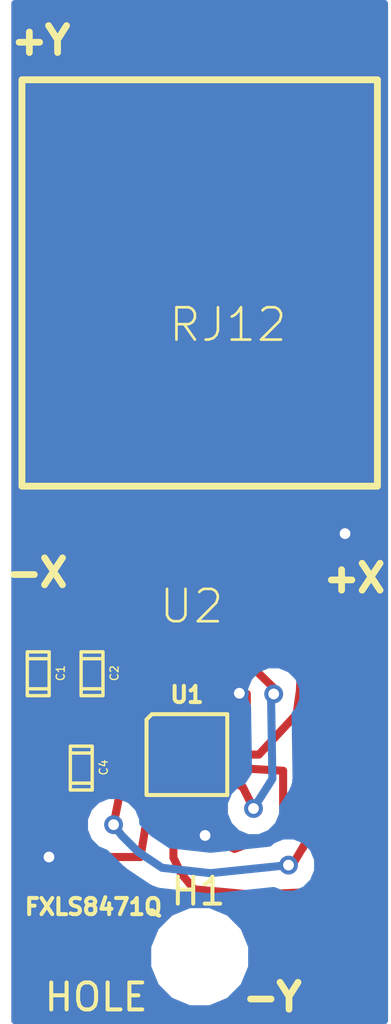
<source format=kicad_pcb>
(kicad_pcb (version 3) (host pcbnew "(2013-08-24 BZR 4298)-stable")

  (general
    (links 18)
    (no_connects 0)
    (area 55.023804 33.949999 72.050001 74.050001)
    (thickness 1.6)
    (drawings 4)
    (tracks 122)
    (zones 0)
    (modules 6)
    (nets 8)
  )

  (page A)
  (layers
    (15 F.Cu signal)
    (0 B.Cu signal)
    (16 B.Adhes user)
    (17 F.Adhes user)
    (18 B.Paste user)
    (19 F.Paste user)
    (20 B.SilkS user)
    (21 F.SilkS user)
    (22 B.Mask user)
    (23 F.Mask user)
    (24 Dwgs.User user)
    (25 Cmts.User user)
    (26 Eco1.User user)
    (27 Eco2.User user)
    (28 Edge.Cuts user)
  )

  (setup
    (last_trace_width 0.5)
    (user_trace_width 0.1)
    (user_trace_width 0.15)
    (user_trace_width 0.2)
    (user_trace_width 0.25)
    (user_trace_width 0.3)
    (user_trace_width 0.35)
    (user_trace_width 0.4)
    (user_trace_width 0.5)
    (user_trace_width 0.6)
    (user_trace_width 0.7)
    (user_trace_width 0.8)
    (user_trace_width 1)
    (trace_clearance 0.05)
    (zone_clearance 0.6)
    (zone_45_only no)
    (trace_min 0.1)
    (segment_width 0.2)
    (edge_width 0.1)
    (via_size 0.7)
    (via_drill 0.4)
    (via_min_size 0.7)
    (via_min_drill 0.4)
    (uvia_size 0.4)
    (uvia_drill 0.127)
    (uvias_allowed no)
    (uvia_min_size 0.4)
    (uvia_min_drill 0.127)
    (pcb_text_width 0.3)
    (pcb_text_size 1.5 1.5)
    (mod_edge_width 0.15)
    (mod_text_size 1 1)
    (mod_text_width 0.15)
    (pad_size 0.8 0.3)
    (pad_drill 0)
    (pad_to_mask_clearance 0)
    (aux_axis_origin 0 0)
    (visible_elements 7FFFFFFF)
    (pcbplotparams
      (layerselection 16547841)
      (usegerberextensions true)
      (excludeedgelayer true)
      (linewidth 0.150000)
      (plotframeref false)
      (viasonmask false)
      (mode 1)
      (useauxorigin false)
      (hpglpennumber 1)
      (hpglpenspeed 20)
      (hpglpendiameter 15)
      (hpglpenoverlay 2)
      (psnegative false)
      (psa4output false)
      (plotreference true)
      (plotvalue true)
      (plotothertext true)
      (plotinvisibletext false)
      (padsonsilk false)
      (subtractmaskfromsilk false)
      (outputformat 1)
      (mirror false)
      (drillshape 0)
      (scaleselection 1)
      (outputdirectory ""))
  )

  (net 0 "")
  (net 1 GND)
  (net 2 INT1)
  (net 3 INT2)
  (net 4 N-0000011)
  (net 5 SCL)
  (net 6 SDA)
  (net 7 Vdd)

  (net_class Default "This is the default net class."
    (clearance 0.05)
    (trace_width 0.5)
    (via_dia 0.7)
    (via_drill 0.4)
    (uvia_dia 0.4)
    (uvia_drill 0.127)
    (add_net "")
    (add_net GND)
    (add_net INT1)
    (add_net INT2)
    (add_net N-0000011)
    (add_net SCL)
    (add_net SDA)
    (add_net Vdd)
  )

  (module TED_SM0603 (layer F.Cu) (tedit 53E16D63) (tstamp 52A599A1)
    (at 58 60 270)
    (descr "SMT capacitor, 0603")
    (path /52959381)
    (fp_text reference C1 (at -0.02 -0.83 270) (layer F.SilkS)
      (effects (font (size 0.3 0.3) (thickness 0.05)))
    )
    (fp_text value 1uF (at 0 0.88 270) (layer F.SilkS) hide
      (effects (font (size 0.3 0.3) (thickness 0.05)))
    )
    (fp_line (start 0.5588 0.4064) (end 0.5588 -0.4064) (layer F.SilkS) (width 0.127))
    (fp_line (start -0.5588 -0.381) (end -0.5588 0.4064) (layer F.SilkS) (width 0.127))
    (fp_line (start -0.8128 -0.4064) (end 0.8128 -0.4064) (layer F.SilkS) (width 0.127))
    (fp_line (start 0.8128 -0.4064) (end 0.8128 0.4064) (layer F.SilkS) (width 0.127))
    (fp_line (start 0.8128 0.4064) (end -0.8128 0.4064) (layer F.SilkS) (width 0.127))
    (fp_line (start -0.8128 0.4064) (end -0.8128 -0.4064) (layer F.SilkS) (width 0.127))
    (pad 2 smd rect (at 0.75184 0 270) (size 0.89916 1.00076)
      (layers F.Cu F.Paste F.Mask)
      (net 1 GND)
      (clearance 0.1)
    )
    (pad 1 smd rect (at -0.75184 0 270) (size 0.89916 1.00076)
      (layers F.Cu F.Paste F.Mask)
      (net 7 Vdd)
      (clearance 0.1)
    )
    (model smd/capacitors/c_0603.wrl
      (at (xyz 0 0 0))
      (scale (xyz 1 1 1))
      (rotate (xyz 0 0 0))
    )
  )

  (module TED_SM0603 (layer F.Cu) (tedit 53E16D63) (tstamp 52A599AD)
    (at 60 60 270)
    (descr "SMT capacitor, 0603")
    (path /5295936A)
    (fp_text reference C2 (at -0.02 -0.83 270) (layer F.SilkS)
      (effects (font (size 0.3 0.3) (thickness 0.05)))
    )
    (fp_text value .1uF (at 0 0.88 270) (layer F.SilkS) hide
      (effects (font (size 0.3 0.3) (thickness 0.05)))
    )
    (fp_line (start 0.5588 0.4064) (end 0.5588 -0.4064) (layer F.SilkS) (width 0.127))
    (fp_line (start -0.5588 -0.381) (end -0.5588 0.4064) (layer F.SilkS) (width 0.127))
    (fp_line (start -0.8128 -0.4064) (end 0.8128 -0.4064) (layer F.SilkS) (width 0.127))
    (fp_line (start 0.8128 -0.4064) (end 0.8128 0.4064) (layer F.SilkS) (width 0.127))
    (fp_line (start 0.8128 0.4064) (end -0.8128 0.4064) (layer F.SilkS) (width 0.127))
    (fp_line (start -0.8128 0.4064) (end -0.8128 -0.4064) (layer F.SilkS) (width 0.127))
    (pad 2 smd rect (at 0.75184 0 270) (size 0.89916 1.00076)
      (layers F.Cu F.Paste F.Mask)
      (net 1 GND)
      (clearance 0.1)
    )
    (pad 1 smd rect (at -0.75184 0 270) (size 0.89916 1.00076)
      (layers F.Cu F.Paste F.Mask)
      (net 7 Vdd)
      (clearance 0.1)
    )
    (model smd/capacitors/c_0603.wrl
      (at (xyz 0 0 0))
      (scale (xyz 1 1 1))
      (rotate (xyz 0 0 0))
    )
  )

  (module TED_SM0603 (layer F.Cu) (tedit 53E16D63) (tstamp 539B7F83)
    (at 59.6 63.5 270)
    (descr "SMT capacitor, 0603")
    (path /52A5541B)
    (fp_text reference C4 (at -0.02 -0.83 270) (layer F.SilkS)
      (effects (font (size 0.3 0.3) (thickness 0.05)))
    )
    (fp_text value .1uF (at 0 0.88 270) (layer F.SilkS) hide
      (effects (font (size 0.3 0.3) (thickness 0.05)))
    )
    (fp_line (start 0.5588 0.4064) (end 0.5588 -0.4064) (layer F.SilkS) (width 0.127))
    (fp_line (start -0.5588 -0.381) (end -0.5588 0.4064) (layer F.SilkS) (width 0.127))
    (fp_line (start -0.8128 -0.4064) (end 0.8128 -0.4064) (layer F.SilkS) (width 0.127))
    (fp_line (start 0.8128 -0.4064) (end 0.8128 0.4064) (layer F.SilkS) (width 0.127))
    (fp_line (start 0.8128 0.4064) (end -0.8128 0.4064) (layer F.SilkS) (width 0.127))
    (fp_line (start -0.8128 0.4064) (end -0.8128 -0.4064) (layer F.SilkS) (width 0.127))
    (pad 2 smd rect (at 0.75184 0 270) (size 0.89916 1.00076)
      (layers F.Cu F.Paste F.Mask)
      (net 1 GND)
      (clearance 0.1)
    )
    (pad 1 smd rect (at -0.75184 0 270) (size 0.89916 1.00076)
      (layers F.Cu F.Paste F.Mask)
      (net 4 N-0000011)
      (clearance 0.1)
    )
    (model smd/capacitors/c_0603.wrl
      (at (xyz 0 0 0))
      (scale (xyz 1 1 1))
      (rotate (xyz 0 0 0))
    )
  )

  (module TED_RJ12_855135002 (layer F.Cu) (tedit 53E5ABD2) (tstamp 539CCB86)
    (at 64 45.5)
    (path /539B7C14)
    (fp_text reference U2 (at -0.3 12) (layer F.SilkS)
      (effects (font (size 1.2 1.2) (thickness 0.09906)))
    )
    (fp_text value RJ12 (at 1.05 1.55) (layer F.SilkS)
      (effects (font (size 1.2 1.2) (thickness 0.09906)))
    )
    (fp_line (start -6.605 -7.54) (end 6.605 -7.54) (layer F.SilkS) (width 0.254))
    (fp_line (start 6.605 -7.54) (end 6.605 7.54) (layer F.SilkS) (width 0.254))
    (fp_line (start 6.605 7.54) (end -6.605 7.54) (layer F.SilkS) (width 0.254))
    (fp_line (start -6.605 7.54) (end -6.605 -7.54) (layer F.SilkS) (width 0.254))
    (pad 6 smd rect (at -3.175 7.9) (size 0.76 5)
      (layers F.Cu F.Paste F.Mask)
      (net 7 Vdd)
      (clearance 0.2)
    )
    (pad 4 smd rect (at -0.635 7.9) (size 0.76 5)
      (layers F.Cu F.Paste F.Mask)
      (net 2 INT1)
      (clearance 0.2)
    )
    (pad 2 smd rect (at 1.905 7.9) (size 0.76 5)
      (layers F.Cu F.Paste F.Mask)
      (net 6 SDA)
      (clearance 0.2)
    )
    (pad 3 smd rect (at 0.635 7.9) (size 0.76 5)
      (layers F.Cu F.Paste F.Mask)
      (net 5 SCL)
      (clearance 0.2)
    )
    (pad 1 smd rect (at 3.175 7.9) (size 0.76 5)
      (layers F.Cu F.Paste F.Mask)
      (net 1 GND)
      (clearance 0.2)
    )
    (pad 5 smd rect (at -1.905 7.9) (size 0.76 5)
      (layers F.Cu F.Paste F.Mask)
      (net 3 INT2)
      (clearance 0.2)
    )
    (pad PAD smd rect (at 0 -8.15) (size 8.8 4.5)
      (layers F.Cu F.Paste F.Mask)
    )
  )

  (module TED_Hole_2_4mm (layer F.Cu) (tedit 53E5AC03) (tstamp 539B82C8)
    (at 64 70.5)
    (path /5365C78C)
    (fp_text reference H1 (at -0.05 -2.425) (layer F.SilkS)
      (effects (font (size 1 1) (thickness 0.15)))
    )
    (fp_text value HOLE (at -3.85 1.5) (layer F.SilkS)
      (effects (font (size 1 1) (thickness 0.15)))
    )
    (pad "" np_thru_hole circle (at 0 0) (size 2.4 2.4) (drill 2.4)
      (layers *.Cu *.Mask F.SilkS)
    )
  )

  (module TED_QFN16_3x5 (layer F.Cu) (tedit 53E5ABD9) (tstamp 52A599E5)
    (at 63.525 63)
    (path /539B7524)
    (solder_paste_ratio -0.2)
    (clearance 0.1)
    (fp_text reference U1 (at 0 -2.22) (layer F.SilkS)
      (effects (font (size 0.6 0.6) (thickness 0.15)))
    )
    (fp_text value FXLS8471Q (at -3.475 5.65) (layer F.SilkS)
      (effects (font (size 0.6 0.6) (thickness 0.15)))
    )
    (fp_line (start -1.3 -1.5) (end 1.5 -1.5) (layer F.SilkS) (width 0.14986))
    (fp_line (start -1.5 -1.3) (end -1.5 1.5) (layer F.SilkS) (width 0.14986))
    (fp_line (start -1.3 -1.5) (end -1.5 -1.3) (layer F.SilkS) (width 0.14986))
    (fp_line (start 1.5 1.5) (end -1.5 1.5) (layer F.SilkS) (width 0.14986))
    (fp_line (start 1.5 -1.5) (end 1.5 1.5) (layer F.SilkS) (width 0.14986))
    (pad 2 smd rect (at -1.275 -0.5) (size 0.8 0.3)
      (layers F.Cu F.Paste F.Mask)
      (net 4 N-0000011)
    )
    (pad 1 smd rect (at -1.275 -1) (size 0.8 0.3)
      (layers F.Cu F.Paste F.Mask)
      (net 7 Vdd)
    )
    (pad 13 smd rect (at 1.275 -1) (size 0.8 0.3)
      (layers F.Cu F.Paste F.Mask)
      (net 1 GND)
    )
    (pad 3 smd rect (at -1.275 -0.005) (size 0.8 0.3)
      (layers F.Cu F.Paste F.Mask)
      (net 1 GND)
    )
    (pad 4 smd rect (at -1.275 0.5) (size 0.8 0.3)
      (layers F.Cu F.Paste F.Mask)
      (net 5 SCL)
    )
    (pad 5 smd rect (at -1.275 1) (size 0.8 0.3)
      (layers F.Cu F.Paste F.Mask)
      (net 1 GND)
    )
    (pad 6 smd rect (at -0.5 1.275) (size 0.3 0.8)
      (layers F.Cu F.Paste F.Mask)
      (net 6 SDA)
    )
    (pad 7 smd rect (at -0.035 1.275) (size 0.3 0.8)
      (layers F.Cu F.Paste F.Mask)
      (net 1 GND)
    )
    (pad 8 smd rect (at 0.5 1.275) (size 0.3 0.8)
      (layers F.Cu F.Paste F.Mask)
    )
    (pad 9 smd rect (at 1.275 1) (size 0.8 0.3)
      (layers F.Cu F.Paste F.Mask)
      (net 3 INT2)
    )
    (pad 10 smd rect (at 1.275 0.5) (size 0.8 0.3)
      (layers F.Cu F.Paste F.Mask)
      (net 1 GND)
    )
    (pad 11 smd rect (at 1.275 -0.005) (size 0.8 0.3)
      (layers F.Cu F.Paste F.Mask)
      (net 2 INT1)
    )
    (pad 12 smd rect (at 1.275 -0.5) (size 0.8 0.3)
      (layers F.Cu F.Paste F.Mask)
      (net 1 GND)
    )
    (pad 14 smd rect (at 0.5 -1.275) (size 0.3 0.8)
      (layers F.Cu F.Paste F.Mask)
      (net 7 Vdd)
    )
    (pad 15 smd rect (at -0.015 -1.275) (size 0.3 0.8)
      (layers F.Cu F.Paste F.Mask)
    )
    (pad 16 smd rect (at -0.5 -1.275) (size 0.3 0.8)
      (layers F.Cu F.Paste F.Mask)
    )
    (model smd/qfn24.wrl
      (at (xyz 0 0 0))
      (scale (xyz 1 1 1))
      (rotate (xyz 0 0 0))
    )
  )

  (gr_text -X (at 57.95 56.25) (layer F.SilkS)
    (effects (font (size 1 1) (thickness 0.25)))
  )
  (gr_text -Y (at 66.7 72) (layer F.SilkS)
    (effects (font (size 1 1) (thickness 0.25)))
  )
  (gr_text +X (at 69.75 56.45) (layer F.SilkS)
    (effects (font (size 1 1) (thickness 0.25)))
  )
  (gr_text +Y (at 58.1 36.5) (layer F.SilkS)
    (effects (font (size 1 1) (thickness 0.25)))
  )

  (via (at 69.4 54.8) (size 0.7) (layers F.Cu B.Cu) (net 1))
  (segment (start 67.175 53.4) (end 67.175 55.275) (width 0.3) (layer F.Cu) (net 1) (tstamp 539CC195) (status 30))
  (segment (start 67.425 55.525) (end 67.175 55.275) (width 0.3) (layer F.Cu) (net 1) (tstamp 539CC194) (status 30))
  (segment (start 68.25 55.75) (end 67.425 55.525) (width 0.3) (layer F.Cu) (net 1) (tstamp 539CC193) (status 20))
  (segment (start 68.65 55.55) (end 68.25 55.75) (width 0.3) (layer F.Cu) (net 1) (tstamp 539CC192))
  (segment (start 69.175 55.025) (end 68.65 55.55) (width 0.3) (layer F.Cu) (net 1) (tstamp 539CC191))
  (segment (start 69.175 55.025) (end 69.4 54.8) (width 0.3) (layer F.Cu) (net 1) (tstamp 539CC190))
  (segment (start 58 60.75184) (end 60 60.75184) (width 0.3) (layer F.Cu) (net 1))
  (segment (start 59.6 64.25184) (end 58.25184 64.25184) (width 0.3) (layer F.Cu) (net 1))
  (segment (start 58 64) (end 58 60.75184) (width 0.3) (layer F.Cu) (net 1) (tstamp 539CC313))
  (segment (start 58.25184 64.25184) (end 58 64) (width 0.3) (layer F.Cu) (net 1) (tstamp 539CC311))
  (segment (start 65.44632 60.72316) (end 65.22316 60.47316) (width 0.3) (layer F.Cu) (net 1) (status 10))
  (via (at 65.47316 60.72316) (size 0.7) (layers F.Cu B.Cu) (net 1))
  (segment (start 65.25 60.5) (end 65.47316 60.72316) (width 0.3) (layer F.Cu) (net 1) (tstamp 539CC180))
  (via (at 58.4 66.8) (size 0.7) (layers F.Cu B.Cu) (net 1))
  (segment (start 64.2 66) (end 64.1 66.1) (width 0.3) (layer B.Cu) (net 1) (tstamp 539B7FD9))
  (via (at 64.2 66) (size 0.7) (layers F.Cu B.Cu) (net 1))
  (segment (start 61.8 64.6) (end 61.8 64.1) (width 0.3) (layer F.Cu) (net 1))
  (segment (start 61.8 64.6) (end 62.063793 65.215517) (width 0.3) (layer F.Cu) (net 1) (tstamp 539B7FF3))
  (segment (start 58.4 66.8) (end 61.8 66.8) (width 0.3) (layer F.Cu) (net 1) (tstamp 539B7FF5))
  (segment (start 61.8 66.8) (end 62.063793 65.215517) (width 0.3) (layer F.Cu) (net 1) (tstamp 539CC853))
  (segment (start 61.9 64) (end 62.25 64) (width 0.3) (layer F.Cu) (net 1) (tstamp 539B89E5))
  (segment (start 61.8 64.1) (end 61.9 64) (width 0.3) (layer F.Cu) (net 1) (tstamp 539B89E2))
  (segment (start 64.8 63.5) (end 65.4 63.5) (width 0.3) (layer F.Cu) (net 1))
  (segment (start 65.3 66.5) (end 64.2 66) (width 0.3) (layer F.Cu) (net 1) (tstamp 539B8041))
  (segment (start 67.1 65.8) (end 65.3 66.5) (width 0.3) (layer F.Cu) (net 1) (tstamp 539B8040))
  (segment (start 67.1 63.6) (end 67.1 65.8) (width 0.3) (layer F.Cu) (net 1) (tstamp 539B803F))
  (segment (start 65.4 63.5) (end 67.1 63.6) (width 0.3) (layer F.Cu) (net 1) (tstamp 539B803E))
  (segment (start 63.49 64.275) (end 63.5 64.9) (width 0.3) (layer F.Cu) (net 1))
  (segment (start 58.195117 67.004883) (end 58.2 65) (width 0.3) (layer F.Cu) (net 1) (tstamp 539B7FE6))
  (segment (start 58.4 66.8) (end 58.195117 67.004883) (width 0.3) (layer F.Cu) (net 1) (tstamp 539B7FE5))
  (segment (start 63.5 64.9) (end 64.2 66) (width 0.3) (layer F.Cu) (net 1) (tstamp 539B7FD4))
  (segment (start 62.25 62.995) (end 60.905 62.995) (width 0.3) (layer F.Cu) (net 1))
  (segment (start 60.34816 64.25184) (end 59.6 64.25184) (width 0.3) (layer F.Cu) (net 1) (tstamp 539B7F96))
  (segment (start 60.5 64.1) (end 60.34816 64.25184) (width 0.3) (layer F.Cu) (net 1) (tstamp 539B7F95))
  (segment (start 60.5 63.4) (end 60.5 64.1) (width 0.3) (layer F.Cu) (net 1) (tstamp 539B7F94))
  (segment (start 60.905 62.995) (end 60.5 63.4) (width 0.3) (layer F.Cu) (net 1) (tstamp 539B7F93))
  (segment (start 58.2 65) (end 59.6 64.25184) (width 0.3) (layer F.Cu) (net 1) (tstamp 539B7FE8) (status 20))
  (segment (start 64.8 62.5) (end 65.6 62.5) (width 0.3) (layer F.Cu) (net 1))
  (segment (start 65.7 61.8) (end 65.5 61.6) (width 0.3) (layer F.Cu) (net 1) (tstamp 539B7F14))
  (segment (start 65.7 62.4) (end 65.7 61.8) (width 0.3) (layer F.Cu) (net 1) (tstamp 539B7F13))
  (segment (start 65.6 62.5) (end 65.7 62.4) (width 0.3) (layer F.Cu) (net 1) (tstamp 539B7F12))
  (segment (start 64.8 62) (end 65.4 62) (width 0.3) (layer F.Cu) (net 1))
  (segment (start 65.75 60.75) (end 65.47316 60.75) (width 0.3) (layer F.Cu) (net 1) (tstamp 539B7F0F) (status 20))
  (segment (start 65.75 61.25) (end 65.75 60.75) (width 0.3) (layer F.Cu) (net 1) (tstamp 539B7F0D))
  (segment (start 65.5 61.4) (end 65.75 61.25) (width 0.3) (layer F.Cu) (net 1) (tstamp 539B7F0B))
  (segment (start 65.5 61.9) (end 65.5 61.6) (width 0.3) (layer F.Cu) (net 1) (tstamp 539B7F0A))
  (segment (start 65.5 61.6) (end 65.5 61.4) (width 0.3) (layer F.Cu) (net 1) (tstamp 539B7F17))
  (segment (start 65.4 62) (end 65.5 61.9) (width 0.3) (layer F.Cu) (net 1) (tstamp 539B7F09))
  (segment (start 63.365 53.4) (end 63.365 54.915) (width 0.3) (layer F.Cu) (net 2) (status 30))
  (segment (start 67.75 60) (end 67.725 60.616406) (width 0.3) (layer F.Cu) (net 2) (tstamp 539CC1D0))
  (segment (start 66.25 58.75) (end 67.75 60) (width 0.3) (layer F.Cu) (net 2) (tstamp 539CC1CC))
  (segment (start 63.5 57.7) (end 66.25 58.75) (width 0.3) (layer F.Cu) (net 2) (tstamp 539CC1CB))
  (segment (start 63.365 54.915) (end 63.5 57.7) (width 0.3) (layer F.Cu) (net 2) (tstamp 539CC1C9) (status 10))
  (segment (start 66.2 63) (end 67.6 61.5) (width 0.3) (layer F.Cu) (net 2) (tstamp 539B7EC4))
  (segment (start 67.6 61.5) (end 67.725 60.616406) (width 0.3) (layer F.Cu) (net 2) (tstamp 539B7EC6) (status 20))
  (segment (start 67.725 60.616406) (end 67.725 60.616406) (width 0.3) (layer F.Cu) (net 2) (tstamp 539CC1D4) (status 20))
  (segment (start 64.8 62.995) (end 66.2 63) (width 0.3) (layer F.Cu) (net 2))
  (segment (start 66.75 60.75) (end 66.75 60.525) (width 0.3) (layer F.Cu) (net 3))
  (segment (start 62.095 55.17) (end 62.095 53.4) (width 0.3) (layer F.Cu) (net 3) (tstamp 539CC1C4) (status 30))
  (segment (start 62 56.25) (end 62.095 55.17) (width 0.3) (layer F.Cu) (net 3) (tstamp 539CC1C3) (status 20))
  (segment (start 65.075 59.55) (end 62.2 58.1) (width 0.3) (layer F.Cu) (net 3) (tstamp 539CC1C1))
  (segment (start 62.2 58.1) (end 62 56.25) (width 0.3) (layer F.Cu) (net 3) (tstamp 539CC494))
  (segment (start 65.75 59.75) (end 65.075 59.55) (width 0.3) (layer F.Cu) (net 3) (tstamp 539CC1BE))
  (segment (start 65.9 59.7) (end 65.75 59.75) (width 0.3) (layer F.Cu) (net 3) (tstamp 539CC1BD))
  (segment (start 66.75 60.525) (end 65.9 59.7) (width 0.3) (layer F.Cu) (net 3) (tstamp 539CC1BC))
  (segment (start 66.7 63.9) (end 66.65 60.65) (width 0.3) (layer B.Cu) (net 3))
  (segment (start 65.2 64) (end 65.6 64.2) (width 0.3) (layer F.Cu) (net 3) (tstamp 539B7EF4))
  (segment (start 65.6 64.2) (end 66 65) (width 0.3) (layer F.Cu) (net 3) (tstamp 539B7EF5))
  (via (at 66 65) (size 0.7) (layers F.Cu B.Cu) (net 3))
  (segment (start 66 65) (end 66.7 63.9) (width 0.3) (layer B.Cu) (net 3) (tstamp 539B7EFA))
  (segment (start 64.8 64) (end 65.2 64) (width 0.3) (layer F.Cu) (net 3))
  (segment (start 66.75 60.75) (end 66.655 60.845) (width 0.3) (layer F.Cu) (net 3) (tstamp 539BC830))
  (via (at 66.75 60.75) (size 0.7) (layers F.Cu B.Cu) (net 3))
  (segment (start 66.65 60.65) (end 66.75 60.75) (width 0.3) (layer B.Cu) (net 3) (tstamp 539BC82C))
  (segment (start 62.25 62.5) (end 59.84816 62.5) (width 0.3) (layer F.Cu) (net 4) (status 20))
  (segment (start 59.84816 62.5) (end 59.6 62.74816) (width 0.3) (layer F.Cu) (net 4) (tstamp 539B7EE1) (status 30))
  (segment (start 67.8 66.5) (end 68.2 65.8) (width 0.3) (layer F.Cu) (net 5))
  (segment (start 64.635 54.76) (end 64.635 53.4) (width 0.3) (layer F.Cu) (net 5) (tstamp 539CC243) (status 30))
  (segment (start 64.7 57.3) (end 64.635 54.76) (width 0.3) (layer F.Cu) (net 5) (tstamp 539CC242) (status 20))
  (segment (start 66.75 58) (end 64.7 57.3) (width 0.3) (layer F.Cu) (net 5) (tstamp 539CC240))
  (segment (start 68.5 59.5) (end 66.75 58) (width 0.3) (layer F.Cu) (net 5) (tstamp 539CC23E))
  (segment (start 68.5 62.8) (end 68.5 59.5) (width 0.3) (layer F.Cu) (net 5) (tstamp 539CC239))
  (segment (start 68.2 65.8) (end 68.5 62.8) (width 0.3) (layer F.Cu) (net 5) (tstamp 539CC238))
  (segment (start 61.7 66.6) (end 62.6 67.2) (width 0.3) (layer B.Cu) (net 5))
  (segment (start 61.5 63.5) (end 61.2 63.6) (width 0.3) (layer F.Cu) (net 5) (tstamp 539B7F98))
  (segment (start 61.2 63.6) (end 60.8 65.6) (width 0.3) (layer F.Cu) (net 5) (tstamp 539B7F99))
  (via (at 60.8 65.6) (size 0.7) (layers F.Cu B.Cu) (net 5))
  (segment (start 60.8 65.6) (end 61.1 66) (width 0.3) (layer B.Cu) (net 5) (tstamp 539B7F9B))
  (segment (start 61.1 66) (end 61.7 66.6) (width 0.3) (layer B.Cu) (net 5) (tstamp 539CC6B1))
  (segment (start 62.25 63.5) (end 61.5 63.5) (width 0.3) (layer F.Cu) (net 5))
  (segment (start 67.4 67.2) (end 67.5 67) (width 0.3) (layer F.Cu) (net 5) (tstamp 539BC789))
  (segment (start 67.5 67) (end 67.8 66.5) (width 0.3) (layer F.Cu) (net 5) (tstamp 539CC230))
  (segment (start 67.8 66.5) (end 67.837442 66.464582) (width 0.3) (layer F.Cu) (net 5) (tstamp 539CC236))
  (segment (start 67.3 67.1) (end 67.4 67.2) (width 0.3) (layer F.Cu) (net 5) (tstamp 539BC788))
  (via (at 67.3 67.1) (size 0.7) (layers F.Cu B.Cu) (net 5))
  (segment (start 64.4 67.4) (end 67.3 67.1) (width 0.3) (layer B.Cu) (net 5) (tstamp 539BC784))
  (segment (start 62.6 67.2) (end 64.4 67.4) (width 0.3) (layer B.Cu) (net 5) (tstamp 539BC782))
  (segment (start 65.905 53.4) (end 65.905 54.905) (width 0.3) (layer F.Cu) (net 6) (status 30))
  (segment (start 68.1 68.1) (end 66 68.2) (width 0.3) (layer F.Cu) (net 6) (tstamp 539CC24E))
  (segment (start 69.225 66.55) (end 68.1 68.1) (width 0.3) (layer F.Cu) (net 6) (tstamp 539CC24C))
  (segment (start 69.25 58.75) (end 69.225 66.55) (width 0.3) (layer F.Cu) (net 6) (tstamp 539CC248))
  (segment (start 65.905 54.905) (end 65.9 56.5) (width 0.3) (layer F.Cu) (net 6) (tstamp 539CC245) (status 10))
  (segment (start 65.9 56.5) (end 67.25 57.25) (width 0.3) (layer F.Cu) (net 6) (tstamp 539CC4C4) (status 10))
  (segment (start 67.25 57.25) (end 69.25 58.75) (width 0.3) (layer F.Cu) (net 6) (tstamp 539CC4D9) (status 10))
  (segment (start 66.06 68.22) (end 66 68.2) (width 0.3) (layer F.Cu) (net 6))
  (segment (start 66 68.2) (end 63.8 68) (width 0.3) (layer F.Cu) (net 6) (tstamp 539CC253))
  (segment (start 63.025 66.825) (end 63.3 67.4) (width 0.3) (layer F.Cu) (net 6) (tstamp 539B7F27))
  (segment (start 63.025 66.825) (end 63.025 64.275) (width 0.3) (layer F.Cu) (net 6))
  (segment (start 63.8 68) (end 63.3 67.4) (width 0.3) (layer F.Cu) (net 6) (tstamp 539BC6B6))
  (segment (start 60 59.24816) (end 61.5 59.24816) (width 0.3) (layer F.Cu) (net 7))
  (segment (start 58 59.24816) (end 60 59.24816) (width 0.3) (layer F.Cu) (net 7))
  (segment (start 61.5 60.7) (end 63.8 60.7) (width 0.3) (layer F.Cu) (net 7))
  (segment (start 64.025 60.925) (end 64.025 61.725) (width 0.3) (layer F.Cu) (net 7) (tstamp 539B7EBC))
  (segment (start 63.8 60.7) (end 64.025 60.925) (width 0.3) (layer F.Cu) (net 7) (tstamp 539B7EBB))
  (segment (start 60.75 54.5) (end 60.75 57.25) (width 0.3) (layer F.Cu) (net 7) (status 10))
  (segment (start 61.391963 58.515941) (end 61.5 59.24816) (width 0.3) (layer F.Cu) (net 7) (tstamp 539B7E64))
  (segment (start 60.75 57.25) (end 61.391963 58.515941) (width 0.3) (layer F.Cu) (net 7) (tstamp 539B7E61))
  (segment (start 61.5 59.24816) (end 61.5 60.7) (width 0.3) (layer F.Cu) (net 7) (tstamp 539CC321))
  (segment (start 61.5 60.7) (end 61.5 61.5) (width 0.3) (layer F.Cu) (net 7) (tstamp 539B7EB9))
  (segment (start 61.5 61.5) (end 61.75 62) (width 0.3) (layer F.Cu) (net 7) (tstamp 539B7E65))
  (segment (start 61.75 62) (end 62.25 62) (width 0.3) (layer F.Cu) (net 7) (tstamp 539B7E66))

  (zone (net 1) (net_name GND) (layer B.Cu) (tstamp 539B87D1) (hatch edge 0.508)
    (connect_pads (clearance 0.6))
    (min_thickness 0.254)
    (fill (arc_segments 16) (thermal_gap 0.508) (thermal_bridge_width 0.508))
    (polygon
      (pts
        (xy 57 35) (xy 71 35) (xy 71 73) (xy 57 73)
      )
    )
    (filled_polygon
      (pts
        (xy 70.873 72.873) (xy 68.377187 72.873) (xy 68.377187 66.886711) (xy 68.213569 66.490725) (xy 67.910868 66.187496)
        (xy 67.827187 66.152748) (xy 67.827187 60.536711) (xy 67.663569 60.140725) (xy 67.360868 59.837496) (xy 66.965168 59.673187)
        (xy 66.536711 59.672813) (xy 66.140725 59.836431) (xy 65.837496 60.139132) (xy 65.673187 60.534832) (xy 65.672813 60.963289)
        (xy 65.781773 61.226993) (xy 65.819062 63.650805) (xy 65.595757 64.001713) (xy 65.390725 64.086431) (xy 65.087496 64.389132)
        (xy 64.923187 64.784832) (xy 64.922813 65.213289) (xy 65.086431 65.609275) (xy 65.389132 65.912504) (xy 65.784832 66.076813)
        (xy 66.213289 66.077187) (xy 66.609275 65.913569) (xy 66.912504 65.610868) (xy 67.076813 65.215168) (xy 67.077052 64.941015)
        (xy 67.439891 64.37084) (xy 67.470065 64.29313) (xy 67.515309 64.22311) (xy 67.531397 64.13518) (xy 67.563752 64.051856)
        (xy 67.561891 63.968514) (xy 67.576896 63.88651) (xy 67.539922 61.483235) (xy 67.662504 61.360868) (xy 67.826813 60.965168)
        (xy 67.827187 60.536711) (xy 67.827187 66.152748) (xy 67.515168 66.023187) (xy 67.086711 66.022813) (xy 66.690725 66.186431)
        (xy 66.58465 66.292321) (xy 64.403338 66.517974) (xy 62.908926 66.351928) (xy 62.25873 65.918464) (xy 61.877055 65.536789)
        (xy 61.877187 65.386711) (xy 61.713569 64.990725) (xy 61.410868 64.687496) (xy 61.015168 64.523187) (xy 60.586711 64.522813)
        (xy 60.190725 64.686431) (xy 59.887496 64.989132) (xy 59.723187 65.384832) (xy 59.722813 65.813289) (xy 59.886431 66.209275)
        (xy 60.189132 66.512504) (xy 60.50226 66.642526) (xy 61.079867 67.220133) (xy 61.152067 67.268375) (xy 61.213528 67.329708)
        (xy 62.113528 67.929708) (xy 62.148235 67.944041) (xy 62.176963 67.968224) (xy 62.305337 68.008922) (xy 62.429805 68.060326)
        (xy 62.467354 68.060286) (xy 62.503152 68.071636) (xy 64.303152 68.271636) (xy 64.396729 68.263597) (xy 64.490243 68.272345)
        (xy 66.751539 68.038417) (xy 67.084832 68.176813) (xy 67.513289 68.177187) (xy 67.909275 68.013569) (xy 68.212504 67.710868)
        (xy 68.376813 67.315168) (xy 68.377187 66.886711) (xy 68.377187 72.873) (xy 65.927334 72.873) (xy 65.927334 70.118378)
        (xy 65.634584 69.409868) (xy 65.092983 68.867322) (xy 64.384986 68.573335) (xy 63.618378 68.572666) (xy 62.909868 68.865416)
        (xy 62.367322 69.407017) (xy 62.073335 70.115014) (xy 62.072666 70.881622) (xy 62.365416 71.590132) (xy 62.907017 72.132678)
        (xy 63.615014 72.426665) (xy 64.381622 72.427334) (xy 65.090132 72.134584) (xy 65.632678 71.592983) (xy 65.926665 70.884986)
        (xy 65.927334 70.118378) (xy 65.927334 72.873) (xy 57.127 72.873) (xy 57.127 35.127) (xy 70.873 35.127)
        (xy 70.873 72.873)
      )
    )
  )
)

</source>
